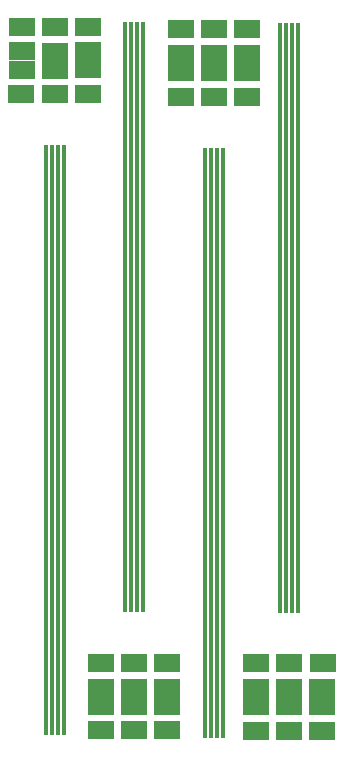
<source format=gbr>
G04 #@! TF.GenerationSoftware,KiCad,Pcbnew,(5.1.5)-3*
G04 #@! TF.CreationDate,2021-03-18T13:28:47-04:00*
G04 #@! TF.ProjectId,LED_Harness_3x2_GREEN,4c45445f-4861-4726-9e65-73735f337832,rev?*
G04 #@! TF.SameCoordinates,Original*
G04 #@! TF.FileFunction,Soldermask,Top*
G04 #@! TF.FilePolarity,Negative*
%FSLAX46Y46*%
G04 Gerber Fmt 4.6, Leading zero omitted, Abs format (unit mm)*
G04 Created by KiCad (PCBNEW (5.1.5)-3) date 2021-03-18 13:28:47*
%MOMM*%
%LPD*%
G04 APERTURE LIST*
%ADD10R,0.300000X50.000000*%
%ADD11R,2.250000X1.500000*%
G04 APERTURE END LIST*
D10*
X147726780Y-104546400D03*
X148226780Y-104546400D03*
X148726780Y-104546400D03*
X149226780Y-104546400D03*
D11*
X145671540Y-133837680D03*
X145656300Y-135935720D03*
X151290020Y-133835140D03*
X151274780Y-135933180D03*
X148468080Y-135930640D03*
X148483320Y-133832600D03*
X151277320Y-137462260D03*
X151262080Y-139560300D03*
X148454110Y-139555220D03*
X148469350Y-137457180D03*
X145658840Y-137462260D03*
X145643600Y-139560300D03*
X144917160Y-82222340D03*
X144932400Y-80124300D03*
X144904460Y-85846920D03*
X144919700Y-83748880D03*
D10*
X142849220Y-115138200D03*
X142349220Y-115138200D03*
X141849220Y-115138200D03*
X141349220Y-115138200D03*
D11*
X139285980Y-85849460D03*
X139301220Y-83751420D03*
X142107920Y-83753960D03*
X142092680Y-85852000D03*
X142121890Y-80129380D03*
X142106650Y-82227420D03*
X139298680Y-82222340D03*
X139313920Y-80124300D03*
X135337550Y-137406380D03*
X135322310Y-139504420D03*
X135351520Y-133781800D03*
X135336280Y-135879840D03*
X132511800Y-139509500D03*
X132527040Y-137411460D03*
X138130280Y-139509500D03*
X138145520Y-137411460D03*
X132524500Y-135884920D03*
X132539740Y-133786880D03*
D10*
X136094980Y-104495600D03*
X135594980Y-104495600D03*
X135094980Y-104495600D03*
X134594980Y-104495600D03*
D11*
X138142980Y-135882380D03*
X138158220Y-133784340D03*
D10*
X129361820Y-114935000D03*
X128861820Y-114935000D03*
X128361820Y-114935000D03*
X127861820Y-114935000D03*
D11*
X125811280Y-82019140D03*
X125826520Y-79921100D03*
X128634490Y-79926180D03*
X128619250Y-82024220D03*
X131429760Y-82019140D03*
X131445000Y-79921100D03*
X125798580Y-85646260D03*
X125813820Y-83548220D03*
X128620520Y-83550760D03*
X128605280Y-85648800D03*
X131417060Y-85643720D03*
X131432300Y-83545680D03*
M02*

</source>
